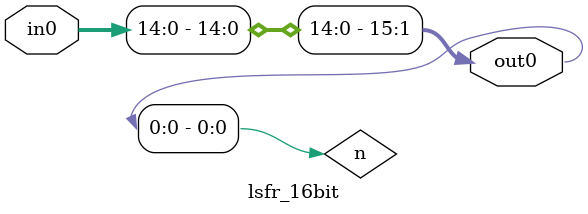
<source format=v>
`timescale 1ns / 1ps

module multiply(
    input wire [31:0] in0,
    input wire [2:0] c,
    output wire [31:0] out0
    );
    
    wire [1:0] i, j, k;
    wire [31:0] w0, w1, w2, w3, w4;
    
    assign i = (c[2])? 2'd1 : 2'd0; // if i==1, then times by 0.5
    assign j = (c[1])? 2'd2 : 2'd0; // if j==1, then times by 0.25 
    assign k = (c[0])? 2'd3 : 2'd0; // if k==1, then times by 0.125
    
    r_shift s0(.in0(in0),   .step(i),   .out0(w0));
    r_shift s1(.in0(in0),   .step(j),   .out0(w1));
    r_shift s3(.in0(in0),   .step(k),   .out0(w2));
    plus    p0(.in0(w0),    .in1(w1),   .out0(w3));
    plus    p1(.in0(w2),    .in1(w3),   .out0(w4));
    
    assign out = w4;
endmodule

module r_shift(
    input wire [31:0] in0,
    input wire [1:0] step,
    output wire [31:0] out0
    );
    assign out0 =
        (step == 2'd0) ? 32'd0 :
        (step == 2'd1) && (in0[31] == 1'b1) ? (in0 >> step)|32'h8000_0000 :
        (step == 2'd2) && (in0[31] == 1'b1) ? (in0 >> step)|32'hc000_0000 :
        (step == 2'd3) && (in0[31] == 1'b1) ? (in0 >> step)|32'he000_0000 :
        (in0 >> step) ;
endmodule

module plus(
    input wire [31:0] in0, in1,
    output wire [31:0] out0
    );
    assign out0 = in0 + in1;
endmodule

module minus(
    input wire [31:0] in0, in1,
    output wire [31:0] out0
    );
    assign out0 = in0 - in1;
endmodule

module lsfr_16bit(
    input wire  [15:0] in0,
    output wire [15:0] out0
    );
    wire w0;
    
    assign w0 = in0[15] ^ in0[13] ^ in0[12] ^ in0[10];
    assign out0 = {in0[14:0],n};
endmodule
    
</source>
